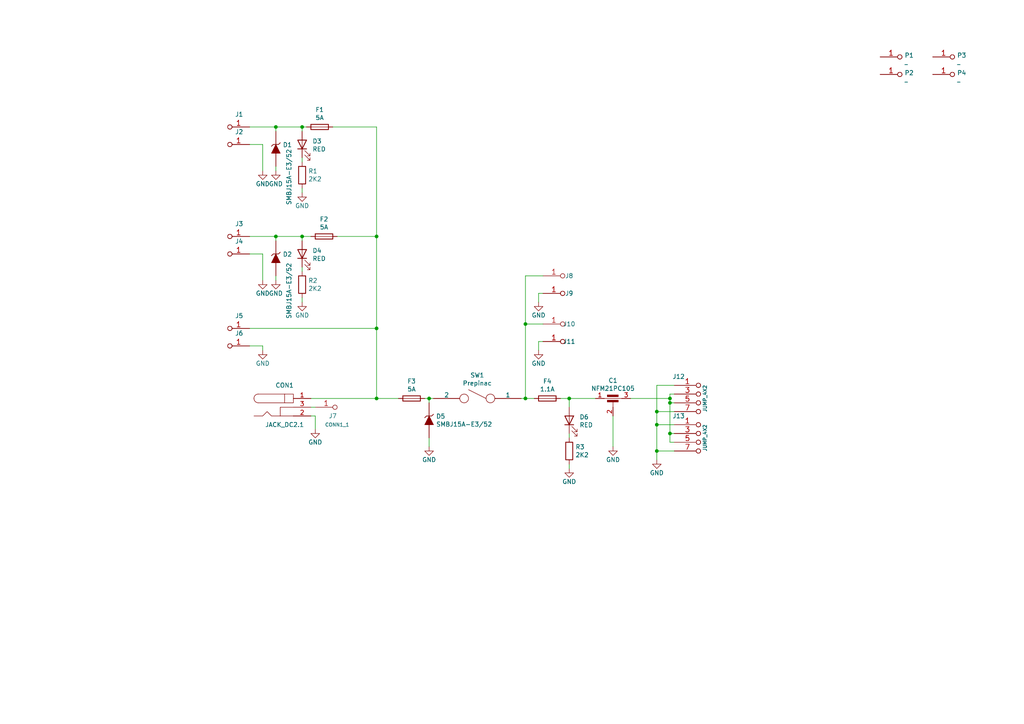
<source format=kicad_sch>
(kicad_sch (version 20200618) (host eeschema "(5.99.0-2251-g5226d6b4d)")
  (page 1 1)
  (paper "A4")
  (lib_symbols
    (symbol "Device:EMI_Filter_C" (pin_names (offset 0.254) hide)
      (property "Reference" "C" (at 0 7.62 0))
      (property "Value" "EMI_Filter_C" (at 0 5.715 0))
      (symbol "EMI_Filter_C_0_1"
        (rectangle (start -1.651 1.524) (end 1.524 2.032) (fill (type outline)))
        (rectangle (start 1.524 3.048) (end -1.651 3.556) (fill (type outline)))
        (polyline (pts (xy -2.54 2.54) (xy 2.54 2.54)))
        (polyline (pts (xy 0 0) (xy 0 1.778)))
      )
      (symbol "EMI_Filter_C_1_1"
        (pin passive line (at -5.08 2.54 0) (length 2.54) (name "1") (number "1"))
        (pin passive line (at 0 -2.54 90) (length 2.54) (name "2") (number "2"))
        (pin passive line (at 5.08 2.54 180) (length 2.54) (name "3") (number "3"))
      )
    )
    (symbol "Device:Fuse" (pin_numbers hide) (pin_names (offset 0))
      (property "Reference" "F" (at 2.032 0 90))
      (property "Value" "Fuse" (at -1.905 0 90))
      (symbol "Fuse_0_1"
        (rectangle (start -0.762 -2.54) (end 0.762 2.54) (stroke (width 0.254)))
        (polyline (pts (xy 0 2.54) (xy 0 -2.54)))
      )
      (symbol "Fuse_1_1"
        (pin passive line (at 0 3.81 270) (length 1.27) (name "~") (number "1"))
        (pin passive line (at 0 -3.81 90) (length 1.27) (name "~") (number "2"))
      )
    )
    (symbol "Device:LED" (pin_numbers hide) (pin_names hide)
      (property "Reference" "D" (at 0 2.54 0))
      (property "Value" "LED" (at 0 -2.54 0))
      (symbol "LED_0_1"
        (polyline (pts (xy -1.27 -1.27) (xy -1.27 1.27)) (stroke (width 0.254)))
        (polyline (pts (xy -1.27 0) (xy 1.27 0)))
        (polyline (pts (xy 1.27 -1.27) (xy 1.27 1.27) (xy -1.27 0) (xy 1.27 -1.27)) (stroke (width 0.254)))
        (polyline (pts (xy -3.048 -0.762) (xy -4.572 -2.286) (xy -3.81 -2.286) (xy -4.572 -2.286) (xy -4.572 -1.524)))
        (polyline (pts (xy -1.778 -0.762) (xy -3.302 -2.286) (xy -2.54 -2.286) (xy -3.302 -2.286) (xy -3.302 -1.524)))
      )
      (symbol "LED_1_1"
        (pin passive line (at -3.81 0 0) (length 2.54) (name "K") (number "1"))
        (pin passive line (at 3.81 0 180) (length 2.54) (name "A") (number "2"))
      )
    )
    (symbol "Device:R" (pin_numbers hide) (pin_names (offset 0))
      (property "Reference" "R" (at 2.032 0 90))
      (property "Value" "R" (at 0 0 90))
      (symbol "R_0_1"
        (rectangle (start -1.016 -2.54) (end 1.016 2.54) (stroke (width 0.254)))
      )
      (symbol "R_1_1"
        (pin passive line (at 0 3.81 270) (length 1.27) (name "~") (number "1"))
        (pin passive line (at 0 -3.81 90) (length 1.27) (name "~") (number "2"))
      )
    )
    (symbol "MLAB_CONNECTORS:JACK_DC2.1"
      (property "Reference" "CON" (at 0 6.35 0))
      (property "Value" "JACK_DC2.1" (at 0 -5.08 0))
      (symbol "JACK_DC2.1_0_1"
        (arc (start -7.62 1.27) (end -8.89 2.54) (radius (at -7.62 2.5146) (length 1.2446) (angles -90 178.8)))
        (arc (start -7.62 3.81) (end -8.89 2.54) (radius (at -7.62 2.5654) (length 1.2446) (angles 90 -178.8)))
        (rectangle (start 2.54 3.81) (end 0 1.27))
        (polyline (pts (xy -7.62 1.27) (xy 0 1.27)))
        (polyline (pts (xy 0 3.81) (xy -7.62 3.81)))
        (polyline (pts (xy 2.54 0) (xy -1.27 0) (xy -1.27 -2.54)))
        (polyline (pts (xy 2.54 -2.54) (xy -3.81 -2.54) (xy -5.08 -1.27) (xy -6.35 -2.54) (xy -8.89 -2.54)))
      )
      (symbol "JACK_DC2.1_1_1"
        (pin passive line (at 7.62 2.54 180) (length 5.08) (name "~") (number "1"))
        (pin passive line (at 7.62 -2.54 180) (length 5.08) (name "~") (number "2"))
        (pin passive line (at 7.62 0 180) (length 5.08) (name "~") (number "3"))
      )
    )
    (symbol "MLAB_D:D_ZENER" (pin_numbers hide) (pin_names hide)
      (property "Reference" "D" (at 0 2.54 0))
      (property "Value" "D_ZENER" (at 0 -2.54 0))
      (symbol "D_ZENER_0_1"
        (polyline (pts (xy -1.778 1.27) (xy -1.27 0.762) (xy -1.27 -0.762) (xy -0.762 -1.27) (xy -0.762 -1.27)) (stroke (width 0.2032)))
        (polyline (pts (xy -1.27 0) (xy 1.27 1.27) (xy 1.27 -1.27) (xy -1.27 0) (xy -1.27 0)) (fill (type outline)))
      )
      (symbol "D_ZENER_1_1"
        (pin passive line (at -5.08 0 0) (length 3.81) (name "K") (number "1"))
        (pin passive line (at 5.08 0 180) (length 3.81) (name "A") (number "2"))
      )
    )
    (symbol "MLAB_Jumpers:CONN1_1" (pin_names hide)
      (property "Reference" "J" (at 1.27 1.27 0))
      (symbol "CONN1_1_1_1"
        (pin passive inverted (at -7.62 1.27 0) (length 6.35) (name "P1") (number "1"))
      )
    )
    (symbol "MLAB_Jumpers:JUMP_4X2" (pin_names hide)
      (property "Reference" "J" (at -8.89 6.35 0))
      (property "Value" "JUMP_4X2" (at -1.27 0 90))
      (symbol "JUMP_4X2_1_1"
        (pin passive inverted (at -10.16 3.81 0) (length 7.62) (name "2") (number "1"))
        (pin passive inverted (at -10.16 3.81 0) (length 7.62) hide (name "2") (number "2"))
        (pin passive inverted (at -10.16 1.27 0) (length 7.62) (name "4") (number "3"))
        (pin passive inverted (at -10.16 1.27 0) (length 7.62) hide (name "4") (number "4"))
        (pin passive inverted (at -10.16 -1.27 0) (length 7.62) (name "5") (number "5"))
        (pin passive inverted (at -10.16 -1.27 0) (length 7.62) hide (name "5") (number "6"))
        (pin passive inverted (at -10.16 -3.81 0) (length 7.62) (name "8") (number "7"))
        (pin passive inverted (at -10.16 -3.81 0) (length 7.62) hide (name "8") (number "8"))
      )
    )
    (symbol "MLAB_Jumpers:_" (pin_names hide)
      (property "Reference" "P" (at 1.27 2.54 0))
      (property "Value" "_" (at 0 1.27 0))
      (symbol "__1_1"
        (pin passive inverted (at -7.62 1.27 0) (length 6.35) (name "P1") (number "1"))
      )
    )
    (symbol "MLAB_SW:Prepinac" (pin_numbers hide) (pin_names (offset 0))
      (property "Reference" "SW" (at 0 2.54 0))
      (property "Value" "Prepinac" (at 0 -2.54 0))
      (symbol "Prepinac_0_0"
        (circle (center -3.81 0) (radius 1.27))
        (circle (center 3.81 0) (radius 1.27))
        (polyline (pts (xy -2.54 0) (xy 2.54 2.54)))
      )
      (symbol "Prepinac_1_1"
        (pin input line (at -12.7 0 0) (length 7.62) (name "1") (number "1"))
        (pin input line (at 12.7 0 180) (length 7.62) (name "2") (number "2"))
      )
    )
    (symbol "power:GND" (power) (pin_names (offset 0))
      (property "Value" "GND" (at 0 -3.81 0))
      (symbol "GND_0_1"
        (polyline (pts (xy 0 0) (xy 0 -1.27) (xy 1.27 -1.27) (xy 0 -2.54) (xy -1.27 -1.27) (xy 0 -1.27)))
      )
      (symbol "GND_1_1"
        (pin power_in line (at 0 0 270) (length 0) hide (name "GND") (number "1"))
      )
    )
  )
  (junction (at 80.01 36.83))
  (junction (at 80.01 68.58))
  (junction (at 87.63 36.83))
  (junction (at 87.63 68.58))
  (junction (at 109.22 68.58))
  (junction (at 109.22 95.25))
  (junction (at 109.22 115.57))
  (junction (at 124.46 115.57))
  (junction (at 152.4 93.98))
  (junction (at 152.4 115.57))
  (junction (at 165.1 115.57))
  (junction (at 190.5 119.38))
  (junction (at 190.5 123.19))
  (junction (at 190.5 130.81))
  (junction (at 194.31 115.57))
  (junction (at 194.31 116.84))
  (junction (at 194.31 125.73))
  (wire (pts (xy 72.39 36.83) (xy 80.01 36.83)))
  (wire (pts (xy 72.39 41.91) (xy 76.2 41.91)))
  (wire (pts (xy 72.39 68.58) (xy 80.01 68.58)))
  (wire (pts (xy 72.39 73.66) (xy 76.2 73.66)))
  (wire (pts (xy 72.39 95.25) (xy 109.22 95.25)))
  (wire (pts (xy 72.39 100.33) (xy 76.2 100.33)))
  (wire (pts (xy 76.2 41.91) (xy 76.2 49.53)))
  (wire (pts (xy 76.2 73.66) (xy 76.2 81.28)))
  (wire (pts (xy 76.2 100.33) (xy 76.2 101.6)))
  (wire (pts (xy 80.01 36.83) (xy 87.63 36.83)))
  (wire (pts (xy 80.01 38.1) (xy 80.01 36.83)))
  (wire (pts (xy 80.01 49.53) (xy 80.01 48.26)))
  (wire (pts (xy 80.01 68.58) (xy 87.63 68.58)))
  (wire (pts (xy 80.01 69.85) (xy 80.01 68.58)))
  (wire (pts (xy 80.01 81.28) (xy 80.01 80.01)))
  (wire (pts (xy 87.63 36.83) (xy 88.9 36.83)))
  (wire (pts (xy 87.63 38.1) (xy 87.63 36.83)))
  (wire (pts (xy 87.63 46.99) (xy 87.63 45.72)))
  (wire (pts (xy 87.63 55.88) (xy 87.63 54.61)))
  (wire (pts (xy 87.63 68.58) (xy 90.17 68.58)))
  (wire (pts (xy 87.63 69.85) (xy 87.63 68.58)))
  (wire (pts (xy 87.63 78.74) (xy 87.63 77.47)))
  (wire (pts (xy 87.63 87.63) (xy 87.63 86.36)))
  (wire (pts (xy 90.17 115.57) (xy 109.22 115.57)))
  (wire (pts (xy 90.17 118.11) (xy 91.44 118.11)))
  (wire (pts (xy 90.17 120.65) (xy 91.44 120.65)))
  (wire (pts (xy 91.44 120.65) (xy 91.44 124.46)))
  (wire (pts (xy 96.52 36.83) (xy 109.22 36.83)))
  (wire (pts (xy 109.22 36.83) (xy 109.22 68.58)))
  (wire (pts (xy 109.22 68.58) (xy 97.79 68.58)))
  (wire (pts (xy 109.22 68.58) (xy 109.22 95.25)))
  (wire (pts (xy 109.22 95.25) (xy 109.22 115.57)))
  (wire (pts (xy 109.22 115.57) (xy 115.57 115.57)))
  (wire (pts (xy 123.19 115.57) (xy 124.46 115.57)))
  (wire (pts (xy 124.46 115.57) (xy 125.73 115.57)))
  (wire (pts (xy 124.46 116.84) (xy 124.46 115.57)))
  (wire (pts (xy 124.46 129.54) (xy 124.46 127)))
  (wire (pts (xy 151.13 115.57) (xy 152.4 115.57)))
  (wire (pts (xy 152.4 80.01) (xy 152.4 93.98)))
  (wire (pts (xy 152.4 93.98) (xy 152.4 115.57)))
  (wire (pts (xy 152.4 115.57) (xy 154.94 115.57)))
  (wire (pts (xy 156.21 85.09) (xy 156.21 87.63)))
  (wire (pts (xy 156.21 99.06) (xy 156.21 101.6)))
  (wire (pts (xy 157.48 80.01) (xy 152.4 80.01)))
  (wire (pts (xy 157.48 85.09) (xy 156.21 85.09)))
  (wire (pts (xy 157.48 93.98) (xy 152.4 93.98)))
  (wire (pts (xy 157.48 99.06) (xy 156.21 99.06)))
  (wire (pts (xy 162.56 115.57) (xy 165.1 115.57)))
  (wire (pts (xy 165.1 115.57) (xy 172.72 115.57)))
  (wire (pts (xy 165.1 118.11) (xy 165.1 115.57)))
  (wire (pts (xy 165.1 127) (xy 165.1 125.73)))
  (wire (pts (xy 165.1 135.89) (xy 165.1 134.62)))
  (wire (pts (xy 177.8 120.65) (xy 177.8 129.54)))
  (wire (pts (xy 182.88 115.57) (xy 194.31 115.57)))
  (wire (pts (xy 190.5 111.76) (xy 190.5 119.38)))
  (wire (pts (xy 190.5 119.38) (xy 190.5 123.19)))
  (wire (pts (xy 190.5 123.19) (xy 190.5 130.81)))
  (wire (pts (xy 190.5 130.81) (xy 190.5 133.35)))
  (wire (pts (xy 190.5 130.81) (xy 195.58 130.81)))
  (wire (pts (xy 194.31 114.3) (xy 194.31 115.57)))
  (wire (pts (xy 194.31 115.57) (xy 194.31 116.84)))
  (wire (pts (xy 194.31 116.84) (xy 194.31 125.73)))
  (wire (pts (xy 194.31 116.84) (xy 195.58 116.84)))
  (wire (pts (xy 194.31 125.73) (xy 194.31 128.27)))
  (wire (pts (xy 194.31 125.73) (xy 195.58 125.73)))
  (wire (pts (xy 194.31 128.27) (xy 195.58 128.27)))
  (wire (pts (xy 195.58 111.76) (xy 190.5 111.76)))
  (wire (pts (xy 195.58 114.3) (xy 194.31 114.3)))
  (wire (pts (xy 195.58 119.38) (xy 190.5 119.38)))
  (wire (pts (xy 195.58 123.19) (xy 190.5 123.19)))
  (symbol (lib_id "power:GND") (at 76.2 49.53 0) (unit 1)
    (property "Reference" "#PWR05" (effects hide))
    (property "Value" "GND" (at 76.2 53.34 0))
  )
  (symbol (lib_id "power:GND") (at 76.2 81.28 0) (unit 1)
    (property "Reference" "#PWR07" (effects hide))
    (property "Value" "GND" (at 76.2 85.09 0))
  )
  (symbol (lib_id "power:GND") (at 76.2 101.6 0) (unit 1)
    (property "Reference" "#PWR03" (effects hide))
    (property "Value" "GND" (at 76.2 105.41 0))
  )
  (symbol (lib_id "power:GND") (at 80.01 49.53 0) (unit 1)
    (property "Reference" "#PWR04" (effects hide))
    (property "Value" "GND" (at 80.01 53.34 0))
  )
  (symbol (lib_id "power:GND") (at 80.01 81.28 0) (unit 1)
    (property "Reference" "#PWR06" (effects hide))
    (property "Value" "GND" (at 80.01 85.09 0))
  )
  (symbol (lib_id "power:GND") (at 87.63 55.88 0) (unit 1)
    (property "Reference" "#PWR013" (effects hide))
    (property "Value" "GND" (at 87.63 59.69 0))
  )
  (symbol (lib_id "power:GND") (at 87.63 87.63 0) (unit 1)
    (property "Reference" "#PWR014" (effects hide))
    (property "Value" "GND" (at 87.63 91.44 0))
  )
  (symbol (lib_id "power:GND") (at 91.44 124.46 0) (unit 1)
    (property "Reference" "#PWR01" (effects hide))
    (property "Value" "GND" (at 91.44 128.27 0))
  )
  (symbol (lib_id "power:GND") (at 124.46 129.54 0) (unit 1)
    (property "Reference" "#PWR02" (effects hide))
    (property "Value" "GND" (at 124.46 133.35 0))
  )
  (symbol (lib_id "power:GND") (at 156.21 87.63 0) (unit 1)
    (property "Reference" "#PWR011" (effects hide))
    (property "Value" "GND" (at 156.21 91.44 0))
  )
  (symbol (lib_id "power:GND") (at 156.21 101.6 0) (unit 1)
    (property "Reference" "#PWR010" (effects hide))
    (property "Value" "GND" (at 156.21 105.41 0))
  )
  (symbol (lib_id "power:GND") (at 165.1 135.89 0) (unit 1)
    (property "Reference" "#PWR012" (effects hide))
    (property "Value" "GND" (at 165.1 139.7 0))
  )
  (symbol (lib_id "power:GND") (at 177.8 129.54 0) (unit 1)
    (property "Reference" "#PWR08" (effects hide))
    (property "Value" "GND" (at 177.8 133.35 0))
  )
  (symbol (lib_id "power:GND") (at 190.5 133.35 0) (unit 1)
    (property "Reference" "#PWR09" (effects hide))
    (property "Value" "GND" (at 190.5 137.16 0))
  )
  (symbol (lib_id "Device:Fuse") (at 92.71 36.83 270) (unit 1)
    (property "Reference" "F1" (at 92.71 31.8262 90))
    (property "Value" "5A" (at 92.71 34.1376 90))
    (property "Footprint" "Mlab_F:Drzak_2410" (effects hide))
  )
  (symbol (lib_id "Device:Fuse") (at 93.98 68.58 270) (unit 1)
    (property "Reference" "F2" (at 93.98 63.5762 90))
    (property "Value" "5A" (at 93.98 65.8876 90))
    (property "Footprint" "Mlab_F:Drzak_2410" (effects hide))
  )
  (symbol (lib_id "Device:Fuse") (at 119.38 115.57 270) (unit 1)
    (property "Reference" "F3" (at 119.38 110.5662 90))
    (property "Value" "5A" (at 119.38 112.8776 90))
    (property "Footprint" "Mlab_F:Drzak_2410" (effects hide))
  )
  (symbol (lib_id "Device:Fuse") (at 158.75 115.57 270) (unit 1)
    (property "Reference" "F4" (at 158.75 110.5662 90))
    (property "Value" "1.1A" (at 158.75 112.8776 90))
    (property "Footprint" "Mlab_F:1812" (effects hide))
  )
  (symbol (lib_id "MLAB_Jumpers:CONN1_1") (at 64.77 35.56 180) (unit 1)
    (property "Reference" "J1" (at 69.3674 33.1724 0))
    (property "Value" "CONN1_1" (effects hide))
    (property "Footprint" "Mlab_CON:WAGO256" (effects hide))
  )
  (symbol (lib_id "MLAB_Jumpers:CONN1_1") (at 64.77 40.64 180) (unit 1)
    (property "Reference" "J2" (at 69.3674 38.2524 0))
    (property "Value" "CONN1_1" (effects hide))
    (property "Footprint" "Mlab_CON:WAGO256" (effects hide))
  )
  (symbol (lib_id "MLAB_Jumpers:CONN1_1") (at 64.77 67.31 180) (unit 1)
    (property "Reference" "J3" (at 69.3674 64.9224 0))
    (property "Value" "CONN1_1" (effects hide))
    (property "Footprint" "Mlab_CON:WAGO256" (effects hide))
  )
  (symbol (lib_id "MLAB_Jumpers:CONN1_1") (at 64.77 72.39 180) (unit 1)
    (property "Reference" "J4" (at 69.3674 70.0024 0))
    (property "Value" "CONN1_1" (effects hide))
    (property "Footprint" "Mlab_CON:WAGO256" (effects hide))
  )
  (symbol (lib_id "MLAB_Jumpers:CONN1_1") (at 64.77 93.98 180) (unit 1)
    (property "Reference" "J5" (at 69.3674 91.5924 0))
    (property "Value" "CONN1_1" (effects hide))
    (property "Footprint" "Mlab_CON:WAGO256" (effects hide))
  )
  (symbol (lib_id "MLAB_Jumpers:CONN1_1") (at 64.77 99.06 180) (unit 1)
    (property "Reference" "J6" (at 69.3674 96.6724 0))
    (property "Value" "CONN1_1" (effects hide))
    (property "Footprint" "Mlab_CON:WAGO256" (effects hide))
  )
  (symbol (lib_id "MLAB_Jumpers:CONN1_1") (at 99.06 119.38 0) (unit 1)
    (property "Reference" "J7" (at 96.52 120.65 0))
    (property "Value" "CONN1_1" (at 97.79 123.19 0) (effects (font (size 1.016 1.016))))
    (property "Footprint" "Mlab_Pin_Headers:Straight_1x01" (effects hide))
  )
  (symbol (lib_id "MLAB_Jumpers:CONN1_1") (at 165.1 81.28 0) (unit 1)
    (property "Reference" "J8" (at 165.1 80.01 0))
    (property "Value" "CONN1_1" (effects hide))
    (property "Footprint" "Mlab_CON:WAGO256" (effects hide))
  )
  (symbol (lib_id "MLAB_Jumpers:CONN1_1") (at 165.1 86.36 0) (unit 1)
    (property "Reference" "J9" (at 165.1 85.09 0))
    (property "Value" "CONN1_1" (effects hide))
    (property "Footprint" "Mlab_CON:WAGO256" (effects hide))
  )
  (symbol (lib_id "MLAB_Jumpers:CONN1_1") (at 165.1 95.25 0) (unit 1)
    (property "Reference" "J10" (at 165.1 93.98 0))
    (property "Value" "CONN1_1" (effects hide))
    (property "Footprint" "Mlab_CON:WAGO256" (effects hide))
  )
  (symbol (lib_id "MLAB_Jumpers:CONN1_1") (at 165.1 100.33 0) (unit 1)
    (property "Reference" "J11" (at 165.1 99.06 0))
    (property "Value" "CONN1_1" (effects hide))
    (property "Footprint" "Mlab_CON:WAGO256" (effects hide))
  )
  (symbol (lib_id "MLAB_Jumpers:_") (at 262.89 17.78 0) (unit 1)
    (property "Reference" "P1" (at 262.3566 16.0528 0) (effects (justify left)))
    (property "Value" "_" (at 262.3566 18.1864 0) (effects (font (size 1.016 1.016)) (justify left)))
    (property "Footprint" "Mlab_Mechanical:MountingHole_3mm" (effects hide))
  )
  (symbol (lib_id "MLAB_Jumpers:_") (at 262.89 22.86 0) (unit 1)
    (property "Reference" "P2" (at 262.3566 21.1328 0) (effects (justify left)))
    (property "Value" "_" (at 262.3566 23.2664 0) (effects (font (size 1.016 1.016)) (justify left)))
    (property "Footprint" "Mlab_Mechanical:MountingHole_3mm" (effects hide))
  )
  (symbol (lib_id "MLAB_Jumpers:_") (at 278.13 17.78 0) (unit 1)
    (property "Reference" "P3" (at 277.5966 16.0528 0) (effects (justify left)))
    (property "Value" "_" (at 277.5966 18.1864 0) (effects (font (size 1.016 1.016)) (justify left)))
    (property "Footprint" "Mlab_Mechanical:MountingHole_3mm" (effects hide))
  )
  (symbol (lib_id "MLAB_Jumpers:_") (at 278.13 22.86 0) (unit 1)
    (property "Reference" "P4" (at 277.5966 21.1328 0) (effects (justify left)))
    (property "Value" "_" (at 277.5966 23.2664 0) (effects (font (size 1.016 1.016)) (justify left)))
    (property "Footprint" "Mlab_Mechanical:MountingHole_3mm" (effects hide))
  )
  (symbol (lib_id "Device:R") (at 87.63 50.8 0) (unit 1)
    (property "Reference" "R1" (at 89.408 49.6316 0) (effects (justify left)))
    (property "Value" "2K2" (at 89.408 51.943 0) (effects (justify left)))
    (property "Footprint" "Mlab_R:SMD-0805" (effects hide))
  )
  (symbol (lib_id "Device:R") (at 87.63 82.55 0) (unit 1)
    (property "Reference" "R2" (at 89.408 81.3816 0) (effects (justify left)))
    (property "Value" "2K2" (at 89.408 83.693 0) (effects (justify left)))
    (property "Footprint" "Mlab_R:SMD-0805" (effects hide))
  )
  (symbol (lib_id "Device:R") (at 165.1 130.81 0) (unit 1)
    (property "Reference" "R3" (at 166.878 129.6416 0) (effects (justify left)))
    (property "Value" "2K2" (at 166.878 131.953 0) (effects (justify left)))
    (property "Footprint" "Mlab_R:SMD-0805" (effects hide))
  )
  (symbol (lib_id "MLAB_D:D_ZENER") (at 80.01 43.18 270) (unit 1)
    (property "Reference" "D1" (at 82.0166 42.0116 90) (effects (justify left)))
    (property "Value" "SMBJ15A-E3/52" (at 83.82 43.18 0) (effects (justify left)))
    (property "Footprint" "Mlab_D:SMB_Standard" (effects hide))
  )
  (symbol (lib_id "MLAB_D:D_ZENER") (at 80.01 74.93 270) (unit 1)
    (property "Reference" "D2" (at 82.0166 73.7616 90) (effects (justify left)))
    (property "Value" "SMBJ15A-E3/52" (at 83.82 76.2 0) (effects (justify left)))
    (property "Footprint" "Mlab_D:SMB_Standard" (effects hide))
  )
  (symbol (lib_id "MLAB_D:D_ZENER") (at 124.46 121.92 270) (unit 1)
    (property "Reference" "D5" (at 126.4666 120.7516 90) (effects (justify left)))
    (property "Value" "SMBJ15A-E3/52" (at 126.4666 123.063 90) (effects (justify left)))
    (property "Footprint" "Mlab_D:SMB_Standard" (effects hide))
  )
  (symbol (lib_id "Device:LED") (at 87.63 41.91 90) (unit 1)
    (property "Reference" "D3" (at 90.6018 40.9448 90) (effects (justify right)))
    (property "Value" "RED" (at 90.6018 43.2562 90) (effects (justify right)))
    (property "Footprint" "Mlab_D:LED_1206" (effects hide))
  )
  (symbol (lib_id "Device:LED") (at 87.63 73.66 90) (unit 1)
    (property "Reference" "D4" (at 90.6018 72.6948 90) (effects (justify right)))
    (property "Value" "RED" (at 90.6018 75.0062 90) (effects (justify right)))
    (property "Footprint" "Mlab_D:LED_1206" (effects hide))
  )
  (symbol (lib_id "Device:LED") (at 165.1 121.92 90) (unit 1)
    (property "Reference" "D6" (at 168.0718 120.9548 90) (effects (justify right)))
    (property "Value" "RED" (at 168.0718 123.2662 90) (effects (justify right)))
    (property "Footprint" "Mlab_D:LED_1206" (effects hide))
  )
  (symbol (lib_id "Device:EMI_Filter_C") (at 177.8 118.11 0) (unit 1)
    (property "Reference" "C1" (at 177.8 110.363 0))
    (property "Value" "NFM21PC105" (at 177.8 112.6744 0))
    (property "Footprint" "Mlab_L:FIR1" (effects hide))
  )
  (symbol (lib_id "MLAB_Jumpers:JUMP_4X2") (at 205.74 115.57 0) (unit 1)
    (property "Reference" "J12" (at 196.85 109.22 0))
    (property "Value" "JUMP_4X2" (at 204.47 115.57 90) (effects (font (size 1.016 1.016))))
    (property "Footprint" "Mlab_Pin_Headers:Straight_2x04" (effects hide))
  )
  (symbol (lib_id "MLAB_Jumpers:JUMP_4X2") (at 205.74 127 0) (unit 1)
    (property "Reference" "J13" (at 196.85 120.65 0))
    (property "Value" "JUMP_4X2" (at 204.47 127 90) (effects (font (size 1.016 1.016))))
    (property "Footprint" "Mlab_Pin_Headers:Straight_2x04" (effects hide))
  )
  (symbol (lib_id "MLAB_SW:Prepinac") (at 138.43 115.57 0) (mirror y) (unit 1)
    (property "Reference" "SW1" (at 138.43 108.839 0))
    (property "Value" "Prepinac" (at 138.43 111.1504 0))
    (property "Footprint" "Mlab_SW:Prepinaci_3A_SL19121" (effects hide))
  )
  (symbol (lib_id "MLAB_CONNECTORS:JACK_DC2.1") (at 82.55 118.11 0) (unit 1)
    (property "Reference" "CON1" (at 82.55 111.76 0))
    (property "Value" "JACK_DC2.1" (at 82.55 123.19 0))
    (property "Footprint" "Mlab_CON:DC2,1MM" (effects hide))
  )
)
</source>
